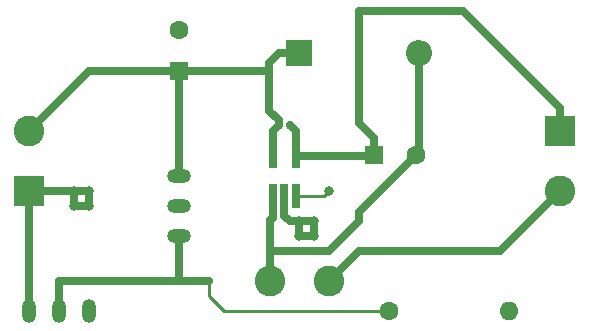
<source format=gbr>
G04 #@! TF.GenerationSoftware,KiCad,Pcbnew,(5.0.2-5-10.14)*
G04 #@! TF.CreationDate,2019-03-09T13:51:56-08:00*
G04 #@! TF.ProjectId,sunclock,73756e63-6c6f-4636-9b2e-6b696361645f,rev?*
G04 #@! TF.SameCoordinates,Original*
G04 #@! TF.FileFunction,Copper,L1,Top*
G04 #@! TF.FilePolarity,Positive*
%FSLAX46Y46*%
G04 Gerber Fmt 4.6, Leading zero omitted, Abs format (unit mm)*
G04 Created by KiCad (PCBNEW (5.0.2-5-10.14)) date Saturday, March 09, 2019 at 01:51:56 PM*
%MOMM*%
%LPD*%
G01*
G04 APERTURE LIST*
G04 #@! TA.AperFunction,ComponentPad*
%ADD10C,1.600000*%
G04 #@! TD*
G04 #@! TA.AperFunction,ComponentPad*
%ADD11O,1.600000X1.600000*%
G04 #@! TD*
G04 #@! TA.AperFunction,ComponentPad*
%ADD12C,2.600000*%
G04 #@! TD*
G04 #@! TA.AperFunction,ComponentPad*
%ADD13O,2.000000X1.200000*%
G04 #@! TD*
G04 #@! TA.AperFunction,ComponentPad*
%ADD14O,1.200000X2.000000*%
G04 #@! TD*
G04 #@! TA.AperFunction,ComponentPad*
%ADD15R,1.600000X1.600000*%
G04 #@! TD*
G04 #@! TA.AperFunction,ComponentPad*
%ADD16R,2.200000X2.200000*%
G04 #@! TD*
G04 #@! TA.AperFunction,ComponentPad*
%ADD17O,2.200000X2.200000*%
G04 #@! TD*
G04 #@! TA.AperFunction,SMDPad,CuDef*
%ADD18R,0.650000X2.000000*%
G04 #@! TD*
G04 #@! TA.AperFunction,ComponentPad*
%ADD19R,2.600000X2.600000*%
G04 #@! TD*
G04 #@! TA.AperFunction,Conductor*
%ADD20C,0.100000*%
G04 #@! TD*
G04 #@! TA.AperFunction,SMDPad,CuDef*
%ADD21C,0.590000*%
G04 #@! TD*
G04 #@! TA.AperFunction,ViaPad*
%ADD22C,0.800000*%
G04 #@! TD*
G04 #@! TA.AperFunction,Conductor*
%ADD23C,0.635000*%
G04 #@! TD*
G04 #@! TA.AperFunction,Conductor*
%ADD24C,0.250000*%
G04 #@! TD*
G04 APERTURE END LIST*
D10*
G04 #@! TO.P,R2,1*
G04 #@! TO.N,+5V*
X139700000Y-104140000D03*
D11*
G04 #@! TO.P,R2,2*
G04 #@! TO.N,Net-(J3-Pad3)*
X149860000Y-104140000D03*
G04 #@! TD*
D12*
G04 #@! TO.P,L1,1*
G04 #@! TO.N,Net-(J2-Pad2)*
X134620000Y-101600000D03*
G04 #@! TO.P,L1,2*
G04 #@! TO.N,Net-(C2-Pad2)*
X129620000Y-101600000D03*
G04 #@! TD*
D13*
G04 #@! TO.P,U2,1*
G04 #@! TO.N,+36V*
X121920000Y-92710000D03*
G04 #@! TO.P,U2,2*
G04 #@! TO.N,GND*
X121920000Y-95250000D03*
G04 #@! TO.P,U2,3*
G04 #@! TO.N,+5V*
X121920000Y-97790000D03*
G04 #@! TD*
D14*
G04 #@! TO.P,J3,3*
G04 #@! TO.N,Net-(J3-Pad3)*
X114300000Y-104140000D03*
G04 #@! TO.P,J3,2*
G04 #@! TO.N,+5V*
X111760000Y-104140000D03*
G04 #@! TO.P,J3,1*
G04 #@! TO.N,GND*
X109220000Y-104140000D03*
G04 #@! TD*
D10*
G04 #@! TO.P,C2,2*
G04 #@! TO.N,Net-(C2-Pad2)*
X141930000Y-90932000D03*
D15*
G04 #@! TO.P,C2,1*
G04 #@! TO.N,Net-(C2-Pad1)*
X138430000Y-90932000D03*
G04 #@! TD*
D16*
G04 #@! TO.P,D1,1*
G04 #@! TO.N,+36V*
X132080000Y-82296000D03*
D17*
G04 #@! TO.P,D1,2*
G04 #@! TO.N,Net-(C2-Pad2)*
X142240000Y-82296000D03*
G04 #@! TD*
D18*
G04 #@! TO.P,U1,1*
G04 #@! TO.N,Net-(C2-Pad2)*
X129860000Y-94420000D03*
G04 #@! TO.P,U1,2*
G04 #@! TO.N,GND*
X130810000Y-94420000D03*
G04 #@! TO.P,U1,3*
G04 #@! TO.N,Net-(J3-Pad3)*
X131760000Y-94420000D03*
G04 #@! TO.P,U1,4*
G04 #@! TO.N,Net-(C2-Pad1)*
X131760000Y-91000000D03*
G04 #@! TO.P,U1,5*
G04 #@! TO.N,+36V*
X129860000Y-91000000D03*
G04 #@! TD*
D19*
G04 #@! TO.P,J1,1*
G04 #@! TO.N,GND*
X109220000Y-93980000D03*
D12*
G04 #@! TO.P,J1,2*
G04 #@! TO.N,+36V*
X109220000Y-88900000D03*
G04 #@! TD*
G04 #@! TO.P,J2,2*
G04 #@! TO.N,Net-(J2-Pad2)*
X154178000Y-93980000D03*
D19*
G04 #@! TO.P,J2,1*
G04 #@! TO.N,Net-(C2-Pad1)*
X154178000Y-88900000D03*
G04 #@! TD*
D15*
G04 #@! TO.P,C1,1*
G04 #@! TO.N,+36V*
X121920000Y-83820000D03*
D10*
G04 #@! TO.P,C1,2*
G04 #@! TO.N,GND*
X121920000Y-80320000D03*
G04 #@! TD*
D20*
G04 #@! TO.N,+36V*
G04 #@! TO.C,R1*
G36*
X130486958Y-88072710D02*
X130501276Y-88074834D01*
X130515317Y-88078351D01*
X130528946Y-88083228D01*
X130542031Y-88089417D01*
X130554447Y-88096858D01*
X130566073Y-88105481D01*
X130576798Y-88115202D01*
X130586519Y-88125927D01*
X130595142Y-88137553D01*
X130602583Y-88149969D01*
X130608772Y-88163054D01*
X130613649Y-88176683D01*
X130617166Y-88190724D01*
X130619290Y-88205042D01*
X130620000Y-88219500D01*
X130620000Y-88564500D01*
X130619290Y-88578958D01*
X130617166Y-88593276D01*
X130613649Y-88607317D01*
X130608772Y-88620946D01*
X130602583Y-88634031D01*
X130595142Y-88646447D01*
X130586519Y-88658073D01*
X130576798Y-88668798D01*
X130566073Y-88678519D01*
X130554447Y-88687142D01*
X130542031Y-88694583D01*
X130528946Y-88700772D01*
X130515317Y-88705649D01*
X130501276Y-88709166D01*
X130486958Y-88711290D01*
X130472500Y-88712000D01*
X130177500Y-88712000D01*
X130163042Y-88711290D01*
X130148724Y-88709166D01*
X130134683Y-88705649D01*
X130121054Y-88700772D01*
X130107969Y-88694583D01*
X130095553Y-88687142D01*
X130083927Y-88678519D01*
X130073202Y-88668798D01*
X130063481Y-88658073D01*
X130054858Y-88646447D01*
X130047417Y-88634031D01*
X130041228Y-88620946D01*
X130036351Y-88607317D01*
X130032834Y-88593276D01*
X130030710Y-88578958D01*
X130030000Y-88564500D01*
X130030000Y-88219500D01*
X130030710Y-88205042D01*
X130032834Y-88190724D01*
X130036351Y-88176683D01*
X130041228Y-88163054D01*
X130047417Y-88149969D01*
X130054858Y-88137553D01*
X130063481Y-88125927D01*
X130073202Y-88115202D01*
X130083927Y-88105481D01*
X130095553Y-88096858D01*
X130107969Y-88089417D01*
X130121054Y-88083228D01*
X130134683Y-88078351D01*
X130148724Y-88074834D01*
X130163042Y-88072710D01*
X130177500Y-88072000D01*
X130472500Y-88072000D01*
X130486958Y-88072710D01*
X130486958Y-88072710D01*
G37*
D21*
G04 #@! TD*
G04 #@! TO.P,R1,1*
G04 #@! TO.N,+36V*
X130325000Y-88392000D03*
D20*
G04 #@! TO.N,Net-(C2-Pad1)*
G04 #@! TO.C,R1*
G36*
X131456958Y-88072710D02*
X131471276Y-88074834D01*
X131485317Y-88078351D01*
X131498946Y-88083228D01*
X131512031Y-88089417D01*
X131524447Y-88096858D01*
X131536073Y-88105481D01*
X131546798Y-88115202D01*
X131556519Y-88125927D01*
X131565142Y-88137553D01*
X131572583Y-88149969D01*
X131578772Y-88163054D01*
X131583649Y-88176683D01*
X131587166Y-88190724D01*
X131589290Y-88205042D01*
X131590000Y-88219500D01*
X131590000Y-88564500D01*
X131589290Y-88578958D01*
X131587166Y-88593276D01*
X131583649Y-88607317D01*
X131578772Y-88620946D01*
X131572583Y-88634031D01*
X131565142Y-88646447D01*
X131556519Y-88658073D01*
X131546798Y-88668798D01*
X131536073Y-88678519D01*
X131524447Y-88687142D01*
X131512031Y-88694583D01*
X131498946Y-88700772D01*
X131485317Y-88705649D01*
X131471276Y-88709166D01*
X131456958Y-88711290D01*
X131442500Y-88712000D01*
X131147500Y-88712000D01*
X131133042Y-88711290D01*
X131118724Y-88709166D01*
X131104683Y-88705649D01*
X131091054Y-88700772D01*
X131077969Y-88694583D01*
X131065553Y-88687142D01*
X131053927Y-88678519D01*
X131043202Y-88668798D01*
X131033481Y-88658073D01*
X131024858Y-88646447D01*
X131017417Y-88634031D01*
X131011228Y-88620946D01*
X131006351Y-88607317D01*
X131002834Y-88593276D01*
X131000710Y-88578958D01*
X131000000Y-88564500D01*
X131000000Y-88219500D01*
X131000710Y-88205042D01*
X131002834Y-88190724D01*
X131006351Y-88176683D01*
X131011228Y-88163054D01*
X131017417Y-88149969D01*
X131024858Y-88137553D01*
X131033481Y-88125927D01*
X131043202Y-88115202D01*
X131053927Y-88105481D01*
X131065553Y-88096858D01*
X131077969Y-88089417D01*
X131091054Y-88083228D01*
X131104683Y-88078351D01*
X131118724Y-88074834D01*
X131133042Y-88072710D01*
X131147500Y-88072000D01*
X131442500Y-88072000D01*
X131456958Y-88072710D01*
X131456958Y-88072710D01*
G37*
D21*
G04 #@! TD*
G04 #@! TO.P,R1,2*
G04 #@! TO.N,Net-(C2-Pad1)*
X131295000Y-88392000D03*
D22*
G04 #@! TO.N,Net-(J3-Pad3)*
X134620000Y-93980000D03*
G04 #@! TO.N,GND*
X114300000Y-93980000D03*
X113030000Y-93980000D03*
X113030000Y-95250000D03*
X114300000Y-95250000D03*
X132080000Y-96520000D03*
X133350000Y-96520000D03*
X133350000Y-97790000D03*
X132080000Y-97790000D03*
G04 #@! TD*
D23*
G04 #@! TO.N,+36V*
X130325000Y-88392000D02*
X129817000Y-88900000D01*
X129860000Y-88943000D02*
X129860000Y-91000000D01*
X129817000Y-88900000D02*
X129860000Y-88943000D01*
X130345000Y-82296000D02*
X132080000Y-82296000D01*
X129540000Y-83101000D02*
X130345000Y-82296000D01*
X129540000Y-87187000D02*
X129540000Y-83101000D01*
X130325000Y-87972000D02*
X129540000Y-87187000D01*
X130325000Y-88392000D02*
X130325000Y-87972000D01*
X109220000Y-88900000D02*
X114300000Y-83820000D01*
X114300000Y-83820000D02*
X121920000Y-83820000D01*
X121920000Y-83820000D02*
X129540000Y-83820000D01*
X121920000Y-92710000D02*
X121920000Y-83820000D01*
G04 #@! TO.N,Net-(C2-Pad1)*
X131295000Y-88392000D02*
X131803000Y-88900000D01*
X131760000Y-88943000D02*
X131760000Y-91000000D01*
X131803000Y-88900000D02*
X131760000Y-88943000D01*
X138362000Y-91000000D02*
X138430000Y-90932000D01*
X131760000Y-91000000D02*
X138362000Y-91000000D01*
X154178000Y-86965000D02*
X154178000Y-88900000D01*
X145953000Y-78740000D02*
X154178000Y-86965000D01*
X137160000Y-78740000D02*
X145953000Y-78740000D01*
X137160000Y-88227000D02*
X137160000Y-78740000D01*
X138430000Y-89497000D02*
X137160000Y-88227000D01*
X138430000Y-90932000D02*
X138430000Y-89497000D01*
G04 #@! TO.N,Net-(C2-Pad2)*
X142240000Y-90622000D02*
X141930000Y-90932000D01*
X142240000Y-82296000D02*
X142240000Y-90622000D01*
X129860000Y-94420000D02*
X129860000Y-96200000D01*
X129860000Y-96200000D02*
X129620000Y-96440000D01*
X129620000Y-96440000D02*
X129620000Y-99060000D01*
X129620000Y-99060000D02*
X129620000Y-101600000D01*
X137160000Y-95702000D02*
X141930000Y-90932000D01*
X134620000Y-99060000D02*
X137160000Y-96520000D01*
X137160000Y-96520000D02*
X137160000Y-95702000D01*
X129620000Y-99060000D02*
X134620000Y-99060000D01*
G04 #@! TO.N,GND*
X109220000Y-93980000D02*
X109220000Y-104140000D01*
X109220000Y-93980000D02*
X113030000Y-93980000D01*
X113030000Y-95250000D02*
X114300000Y-95250000D01*
X114300000Y-93980000D02*
X113030000Y-93980000D01*
X113030000Y-95250000D02*
X113030000Y-93980000D01*
X114300000Y-93980000D02*
X114300000Y-95250000D01*
X130810000Y-96055000D02*
X131275000Y-96520000D01*
X130810000Y-94420000D02*
X130810000Y-96055000D01*
X131275000Y-96520000D02*
X132080000Y-96520000D01*
X132080000Y-97790000D02*
X132080000Y-96520000D01*
X132080000Y-96520000D02*
X133350000Y-96520000D01*
X133350000Y-97790000D02*
X133350000Y-96520000D01*
X132080000Y-97790000D02*
X133350000Y-97790000D01*
G04 #@! TO.N,Net-(J2-Pad2)*
X149098000Y-99060000D02*
X154178000Y-93980000D01*
X137160000Y-99060000D02*
X149098000Y-99060000D01*
X134620000Y-101600000D02*
X137160000Y-99060000D01*
G04 #@! TO.N,+5V*
X111760000Y-104140000D02*
X111760000Y-101600000D01*
D24*
X124460000Y-101600000D02*
X124460000Y-102870000D01*
X125730000Y-104140000D02*
X139700000Y-104140000D01*
X124460000Y-102870000D02*
X125730000Y-104140000D01*
D23*
X121920000Y-97790000D02*
X121920000Y-101600000D01*
X121920000Y-101600000D02*
X124460000Y-101600000D01*
X111760000Y-101600000D02*
X121920000Y-101600000D01*
D24*
G04 #@! TO.N,Net-(J3-Pad3)*
X134180000Y-94420000D02*
X134620000Y-93980000D01*
X131760000Y-94420000D02*
X134180000Y-94420000D01*
G04 #@! TD*
M02*

</source>
